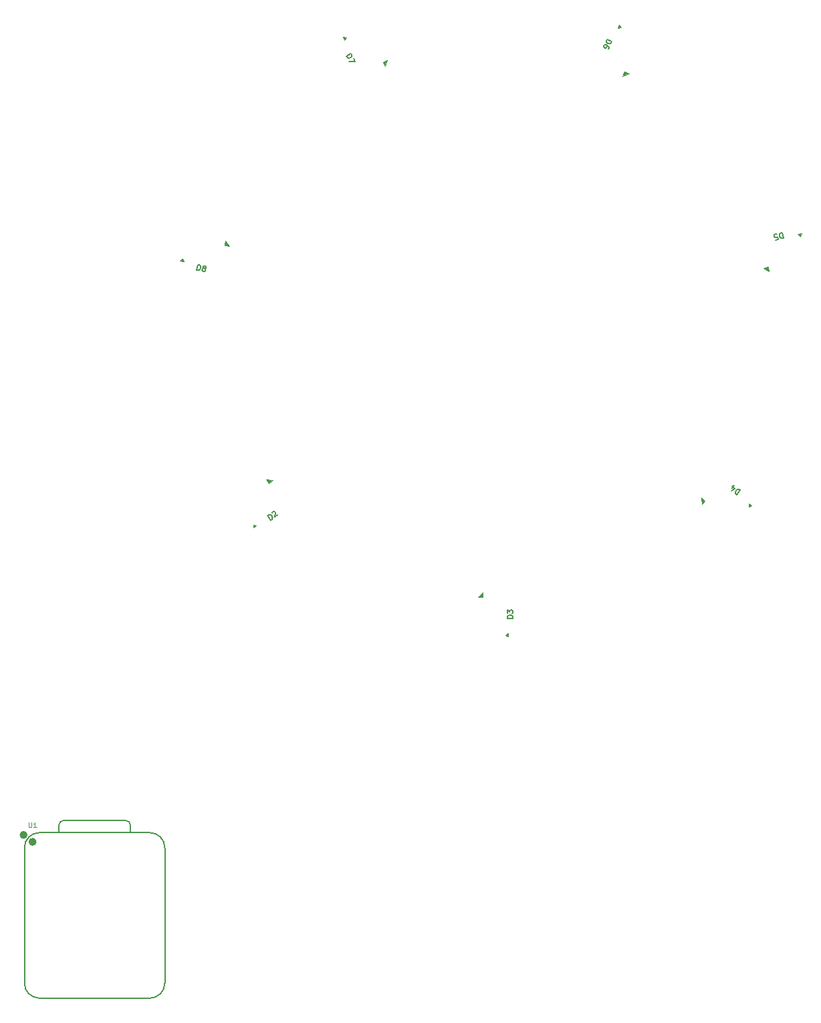
<source format=gbr>
%TF.GenerationSoftware,KiCad,Pcbnew,9.0.1*%
%TF.CreationDate,2025-06-13T20:33:13-06:00*%
%TF.ProjectId,AuraCTRL PCB,41757261-4354-4524-9c20-5043422e6b69,rev?*%
%TF.SameCoordinates,Original*%
%TF.FileFunction,Legend,Top*%
%TF.FilePolarity,Positive*%
%FSLAX46Y46*%
G04 Gerber Fmt 4.6, Leading zero omitted, Abs format (unit mm)*
G04 Created by KiCad (PCBNEW 9.0.1) date 2025-06-13 20:33:13*
%MOMM*%
%LPD*%
G01*
G04 APERTURE LIST*
%ADD10C,0.150000*%
%ADD11C,0.101600*%
%ADD12C,0.120000*%
%ADD13C,0.100000*%
%ADD14C,0.127000*%
%ADD15C,0.504000*%
G04 APERTURE END LIST*
D10*
X166717990Y-44699868D02*
X167348668Y-45003585D01*
X167348668Y-45003585D02*
X167276354Y-45153747D01*
X167276354Y-45153747D02*
X167202934Y-45229381D01*
X167202934Y-45229381D02*
X167113944Y-45260520D01*
X167113944Y-45260520D02*
X167039416Y-45261627D01*
X167039416Y-45261627D02*
X166904824Y-45233808D01*
X166904824Y-45233808D02*
X166814727Y-45190420D01*
X166814727Y-45190420D02*
X166709061Y-45102537D01*
X166709061Y-45102537D02*
X166663459Y-45043579D01*
X166663459Y-45043579D02*
X166632320Y-44954589D01*
X166632320Y-44954589D02*
X166645676Y-44850029D01*
X166645676Y-44850029D02*
X166717990Y-44699868D01*
X166914786Y-45904555D02*
X166972637Y-45784426D01*
X166972637Y-45784426D02*
X166971530Y-45709898D01*
X166971530Y-45709898D02*
X166955960Y-45665403D01*
X166955960Y-45665403D02*
X166894789Y-45561950D01*
X166894789Y-45561950D02*
X166789122Y-45474067D01*
X166789122Y-45474067D02*
X166548864Y-45358365D01*
X166548864Y-45358365D02*
X166474336Y-45359472D01*
X166474336Y-45359472D02*
X166429841Y-45375041D01*
X166429841Y-45375041D02*
X166370884Y-45420643D01*
X166370884Y-45420643D02*
X166313033Y-45540772D01*
X166313033Y-45540772D02*
X166314139Y-45615300D01*
X166314139Y-45615300D02*
X166329709Y-45659795D01*
X166329709Y-45659795D02*
X166375311Y-45718753D01*
X166375311Y-45718753D02*
X166525472Y-45791066D01*
X166525472Y-45791066D02*
X166600000Y-45789960D01*
X166600000Y-45789960D02*
X166644495Y-45774390D01*
X166644495Y-45774390D02*
X166703453Y-45728788D01*
X166703453Y-45728788D02*
X166761304Y-45608659D01*
X166761304Y-45608659D02*
X166760197Y-45534132D01*
X166760197Y-45534132D02*
X166744627Y-45489636D01*
X166744627Y-45489636D02*
X166699025Y-45430679D01*
X188925879Y-69185001D02*
X189081645Y-69867451D01*
X189081645Y-69867451D02*
X188919157Y-69904538D01*
X188919157Y-69904538D02*
X188814247Y-69894292D01*
X188814247Y-69894292D02*
X188734417Y-69844132D01*
X188734417Y-69844132D02*
X188687084Y-69786554D01*
X188687084Y-69786554D02*
X188624917Y-69663981D01*
X188624917Y-69663981D02*
X188602665Y-69566488D01*
X188602665Y-69566488D02*
X188605493Y-69429081D01*
X188605493Y-69429081D02*
X188623156Y-69356668D01*
X188623156Y-69356668D02*
X188673316Y-69276838D01*
X188673316Y-69276838D02*
X188763392Y-69222088D01*
X188763392Y-69222088D02*
X188925879Y-69185001D01*
X188074220Y-70097390D02*
X188399195Y-70023216D01*
X188399195Y-70023216D02*
X188357519Y-69690823D01*
X188357519Y-69690823D02*
X188332439Y-69730738D01*
X188332439Y-69730738D02*
X188274861Y-69778070D01*
X188274861Y-69778070D02*
X188112373Y-69815157D01*
X188112373Y-69815157D02*
X188039961Y-69797494D01*
X188039961Y-69797494D02*
X188000046Y-69772414D01*
X188000046Y-69772414D02*
X187952713Y-69714836D01*
X187952713Y-69714836D02*
X187915626Y-69552348D01*
X187915626Y-69552348D02*
X187933289Y-69479936D01*
X187933289Y-69479936D02*
X187958369Y-69440021D01*
X187958369Y-69440021D02*
X188015947Y-69392688D01*
X188015947Y-69392688D02*
X188178435Y-69355601D01*
X188178435Y-69355601D02*
X188250847Y-69373264D01*
X188250847Y-69373264D02*
X188290762Y-69398344D01*
X154816033Y-118016666D02*
X154116033Y-118016666D01*
X154116033Y-118016666D02*
X154116033Y-117849999D01*
X154116033Y-117849999D02*
X154149366Y-117749999D01*
X154149366Y-117749999D02*
X154216033Y-117683333D01*
X154216033Y-117683333D02*
X154282700Y-117649999D01*
X154282700Y-117649999D02*
X154416033Y-117616666D01*
X154416033Y-117616666D02*
X154516033Y-117616666D01*
X154516033Y-117616666D02*
X154649366Y-117649999D01*
X154649366Y-117649999D02*
X154716033Y-117683333D01*
X154716033Y-117683333D02*
X154782700Y-117749999D01*
X154782700Y-117749999D02*
X154816033Y-117849999D01*
X154816033Y-117849999D02*
X154816033Y-118016666D01*
X154116033Y-117383333D02*
X154116033Y-116949999D01*
X154116033Y-116949999D02*
X154382700Y-117183333D01*
X154382700Y-117183333D02*
X154382700Y-117083333D01*
X154382700Y-117083333D02*
X154416033Y-117016666D01*
X154416033Y-117016666D02*
X154449366Y-116983333D01*
X154449366Y-116983333D02*
X154516033Y-116949999D01*
X154516033Y-116949999D02*
X154682700Y-116949999D01*
X154682700Y-116949999D02*
X154749366Y-116983333D01*
X154749366Y-116983333D02*
X154782700Y-117016666D01*
X154782700Y-117016666D02*
X154816033Y-117083333D01*
X154816033Y-117083333D02*
X154816033Y-117283333D01*
X154816033Y-117283333D02*
X154782700Y-117349999D01*
X154782700Y-117349999D02*
X154749366Y-117383333D01*
D11*
X93490190Y-143855479D02*
X93490190Y-144369526D01*
X93490190Y-144369526D02*
X93520428Y-144430002D01*
X93520428Y-144430002D02*
X93550666Y-144460241D01*
X93550666Y-144460241D02*
X93611142Y-144490479D01*
X93611142Y-144490479D02*
X93732095Y-144490479D01*
X93732095Y-144490479D02*
X93792571Y-144460241D01*
X93792571Y-144460241D02*
X93822809Y-144430002D01*
X93822809Y-144430002D02*
X93853047Y-144369526D01*
X93853047Y-144369526D02*
X93853047Y-143855479D01*
X94488047Y-144490479D02*
X94125190Y-144490479D01*
X94306618Y-144490479D02*
X94306618Y-143855479D01*
X94306618Y-143855479D02*
X94246142Y-143946193D01*
X94246142Y-143946193D02*
X94185666Y-144006669D01*
X94185666Y-144006669D02*
X94125190Y-144036907D01*
D10*
X133728349Y-46796482D02*
X134359026Y-46492762D01*
X134359026Y-46492762D02*
X134431340Y-46642923D01*
X134431340Y-46642923D02*
X134444697Y-46747483D01*
X134444697Y-46747483D02*
X134413558Y-46836473D01*
X134413558Y-46836473D02*
X134367956Y-46895431D01*
X134367956Y-46895431D02*
X134262290Y-46983315D01*
X134262290Y-46983315D02*
X134172193Y-47026703D01*
X134172193Y-47026703D02*
X134037601Y-47054523D01*
X134037601Y-47054523D02*
X133963074Y-47053416D01*
X133963074Y-47053416D02*
X133874084Y-47022277D01*
X133874084Y-47022277D02*
X133800663Y-46946643D01*
X133800663Y-46946643D02*
X133728349Y-46796482D01*
X134633820Y-47063375D02*
X134836300Y-47483827D01*
X134836300Y-47483827D02*
X134075457Y-47517256D01*
X183629009Y-101814057D02*
X183192567Y-102361339D01*
X183192567Y-102361339D02*
X183062261Y-102257424D01*
X183062261Y-102257424D02*
X183004861Y-102169014D01*
X183004861Y-102169014D02*
X182994305Y-102075326D01*
X182994305Y-102075326D02*
X183009810Y-102002421D01*
X183009810Y-102002421D02*
X183066881Y-101877394D01*
X183066881Y-101877394D02*
X183129230Y-101799210D01*
X183129230Y-101799210D02*
X183238423Y-101715749D01*
X183238423Y-101715749D02*
X183306050Y-101684410D01*
X183306050Y-101684410D02*
X183399738Y-101673854D01*
X183399738Y-101673854D02*
X183498704Y-101710142D01*
X183498704Y-101710142D02*
X183629009Y-101814057D01*
X182556216Y-101555422D02*
X182847177Y-101190567D01*
X182520257Y-101867825D02*
X182962307Y-101580824D01*
X182962307Y-101580824D02*
X182623513Y-101310646D01*
X114798857Y-73896048D02*
X114954619Y-73213598D01*
X114954619Y-73213598D02*
X115117108Y-73250684D01*
X115117108Y-73250684D02*
X115207183Y-73305434D01*
X115207183Y-73305434D02*
X115257344Y-73385263D01*
X115257344Y-73385263D02*
X115275007Y-73457676D01*
X115275007Y-73457676D02*
X115277835Y-73595084D01*
X115277835Y-73595084D02*
X115255583Y-73692576D01*
X115255583Y-73692576D02*
X115193417Y-73815150D01*
X115193417Y-73815150D02*
X115146085Y-73872728D01*
X115146085Y-73872728D02*
X115066255Y-73922888D01*
X115066255Y-73922888D02*
X114961345Y-73933134D01*
X114961345Y-73933134D02*
X114798857Y-73896048D01*
X115667807Y-73684091D02*
X115610229Y-73636759D01*
X115610229Y-73636759D02*
X115585148Y-73596844D01*
X115585148Y-73596844D02*
X115567485Y-73524431D01*
X115567485Y-73524431D02*
X115574903Y-73491934D01*
X115574903Y-73491934D02*
X115622235Y-73434356D01*
X115622235Y-73434356D02*
X115662150Y-73409275D01*
X115662150Y-73409275D02*
X115734562Y-73391612D01*
X115734562Y-73391612D02*
X115864553Y-73421282D01*
X115864553Y-73421282D02*
X115922131Y-73468614D01*
X115922131Y-73468614D02*
X115947211Y-73508529D01*
X115947211Y-73508529D02*
X115964874Y-73580941D01*
X115964874Y-73580941D02*
X115957457Y-73613439D01*
X115957457Y-73613439D02*
X115910125Y-73671017D01*
X115910125Y-73671017D02*
X115870210Y-73696097D01*
X115870210Y-73696097D02*
X115797797Y-73713760D01*
X115797797Y-73713760D02*
X115667807Y-73684091D01*
X115667807Y-73684091D02*
X115595394Y-73701754D01*
X115595394Y-73701754D02*
X115555479Y-73726834D01*
X115555479Y-73726834D02*
X115508147Y-73784412D01*
X115508147Y-73784412D02*
X115478478Y-73914403D01*
X115478478Y-73914403D02*
X115496141Y-73986815D01*
X115496141Y-73986815D02*
X115521221Y-74026730D01*
X115521221Y-74026730D02*
X115578799Y-74074062D01*
X115578799Y-74074062D02*
X115708790Y-74103732D01*
X115708790Y-74103732D02*
X115781202Y-74086068D01*
X115781202Y-74086068D02*
X115821117Y-74060988D01*
X115821117Y-74060988D02*
X115868449Y-74003410D01*
X115868449Y-74003410D02*
X115898118Y-73873420D01*
X115898118Y-73873420D02*
X115880455Y-73801007D01*
X115880455Y-73801007D02*
X115855375Y-73761092D01*
X115855375Y-73761092D02*
X115797797Y-73713760D01*
X124183821Y-105592018D02*
X123747376Y-105044737D01*
X123747376Y-105044737D02*
X123877681Y-104940822D01*
X123877681Y-104940822D02*
X123976647Y-104904534D01*
X123976647Y-104904534D02*
X124070335Y-104915090D01*
X124070335Y-104915090D02*
X124137962Y-104946429D01*
X124137962Y-104946429D02*
X124247156Y-105029889D01*
X124247156Y-105029889D02*
X124309505Y-105108072D01*
X124309505Y-105108072D02*
X124366576Y-105233099D01*
X124366576Y-105233099D02*
X124382081Y-105306004D01*
X124382081Y-105306004D02*
X124371526Y-105399693D01*
X124371526Y-105399693D02*
X124314126Y-105488103D01*
X124314126Y-105488103D02*
X124183821Y-105592018D01*
X124310162Y-104681198D02*
X124315440Y-104634354D01*
X124315440Y-104634354D02*
X124346779Y-104566727D01*
X124346779Y-104566727D02*
X124477084Y-104462811D01*
X124477084Y-104462811D02*
X124549989Y-104447306D01*
X124549989Y-104447306D02*
X124596833Y-104452584D01*
X124596833Y-104452584D02*
X124664460Y-104483923D01*
X124664460Y-104483923D02*
X124706026Y-104536045D01*
X124706026Y-104536045D02*
X124742315Y-104635011D01*
X124742315Y-104635011D02*
X124678980Y-105197140D01*
X124678980Y-105197140D02*
X125017772Y-104926960D01*
D12*
%TO.C,D6*%
X168502758Y-43224841D02*
X168101306Y-43297893D01*
X168309570Y-42865427D01*
X168502758Y-43224841D01*
G36*
X168502758Y-43224841D02*
G01*
X168101306Y-43297893D01*
X168309570Y-42865427D01*
X168502758Y-43224841D01*
G37*
D13*
X169517988Y-49063541D02*
X168717077Y-49343793D01*
X168977406Y-48803211D01*
X169517988Y-49063541D01*
G36*
X169517988Y-49063541D02*
G01*
X168717077Y-49343793D01*
X168977406Y-48803211D01*
X169517988Y-49063541D01*
G37*
%TO.C,D5*%
X187259991Y-74094833D02*
X186541521Y-73643389D01*
X187126478Y-73509876D01*
X187259991Y-74094833D01*
G36*
X187259991Y-74094833D02*
G01*
X186541521Y-73643389D01*
X187126478Y-73509876D01*
X187259991Y-74094833D01*
G37*
D12*
X191191887Y-69660726D02*
X190884472Y-69392405D01*
X191352437Y-69285595D01*
X191191887Y-69660726D01*
G36*
X191191887Y-69660726D02*
G01*
X190884472Y-69392405D01*
X191352437Y-69285595D01*
X191191887Y-69660726D01*
G37*
D13*
%TO.C,D3*%
X151000000Y-115300000D02*
X150400000Y-115300000D01*
X151000000Y-114700000D01*
X151000000Y-115300000D01*
G36*
X151000000Y-115300000D02*
G01*
X150400000Y-115300000D01*
X151000000Y-114700000D01*
X151000000Y-115300000D01*
G37*
D12*
X154178000Y-120360000D02*
X153848000Y-120120000D01*
X154178000Y-119880000D01*
X154178000Y-120360000D01*
G36*
X154178000Y-120360000D02*
G01*
X153848000Y-120120000D01*
X154178000Y-119880000D01*
X154178000Y-120360000D01*
G37*
D14*
%TO.C,U1*%
X110744000Y-164211000D02*
X110744000Y-147066000D01*
D13*
X108839000Y-145161000D02*
X94869000Y-145161000D01*
D14*
X108839000Y-145161000D02*
X94869000Y-145161000D01*
X106358000Y-144151000D02*
X106358000Y-145161000D01*
X97862728Y-143651000D02*
X105858000Y-143651000D01*
X97359000Y-145161000D02*
X97362728Y-144150728D01*
X94869000Y-166116000D02*
X108839000Y-166116000D01*
X92964000Y-164211000D02*
X92964000Y-147066000D01*
X110744000Y-164211000D02*
G75*
G02*
X108839000Y-166116000I-1905000J0D01*
G01*
X108839000Y-145161000D02*
G75*
G02*
X110744000Y-147066000I0J-1905000D01*
G01*
X105858000Y-143651000D02*
G75*
G02*
X106358000Y-144151000I0J-500000D01*
G01*
X97362728Y-144150728D02*
G75*
G02*
X97862728Y-143651001I500018J-291D01*
G01*
X94869000Y-166116000D02*
G75*
G02*
X92964000Y-164211000I1J1905001D01*
G01*
X92964000Y-147066000D02*
G75*
G02*
X94869000Y-145161000I1905001J-1D01*
G01*
D15*
X94249000Y-146332000D02*
G75*
G02*
X93745000Y-146332000I-252000J0D01*
G01*
X93745000Y-146332000D02*
G75*
G02*
X94249000Y-146332000I252000J0D01*
G01*
X93106000Y-145452000D02*
G75*
G02*
X92602000Y-145452000I-252000J0D01*
G01*
X92602000Y-145452000D02*
G75*
G02*
X93106000Y-145452000I252000J0D01*
G01*
D13*
%TO.C,D7*%
X138605527Y-48128971D02*
X138345195Y-47588390D01*
X138885776Y-47328059D01*
X138605527Y-48128971D01*
G36*
X138605527Y-48128971D02*
G01*
X138345195Y-47588390D01*
X138885776Y-47328059D01*
X138605527Y-48128971D01*
G37*
D12*
X133687910Y-44481430D02*
X133494723Y-44840845D01*
X133286458Y-44408380D01*
X133687910Y-44481430D01*
G36*
X133687910Y-44481430D02*
G01*
X133494723Y-44840845D01*
X133286458Y-44408380D01*
X133687910Y-44481430D01*
G37*
D13*
%TO.C,D4*%
X179125777Y-103103741D02*
X178751683Y-103572840D01*
X178656678Y-102729647D01*
X179125777Y-103103741D01*
G36*
X179125777Y-103103741D02*
G01*
X178751683Y-103572840D01*
X178656678Y-102729647D01*
X179125777Y-103103741D01*
G37*
D12*
X185063295Y-103773936D02*
X184669904Y-103882303D01*
X184688016Y-103474661D01*
X185063295Y-103773936D01*
G36*
X185063295Y-103773936D02*
G01*
X184669904Y-103882303D01*
X184688016Y-103474661D01*
X185063295Y-103773936D01*
G37*
D13*
%TO.C,D8*%
X118881508Y-70913708D02*
X118296551Y-70780197D01*
X118430062Y-70195240D01*
X118881508Y-70913708D01*
G36*
X118881508Y-70913708D02*
G01*
X118296551Y-70780197D01*
X118430062Y-70195240D01*
X118881508Y-70913708D01*
G37*
D12*
X113124214Y-72859385D02*
X112656249Y-72752576D01*
X112963663Y-72484254D01*
X113124214Y-72859385D01*
G36*
X113124214Y-72859385D02*
G01*
X112656249Y-72752576D01*
X112963663Y-72484254D01*
X113124214Y-72859385D01*
G37*
D13*
%TO.C,D2*%
X124397623Y-100540616D02*
X123928525Y-100914711D01*
X123554430Y-100445613D01*
X124397623Y-100540616D01*
G36*
X124397623Y-100540616D02*
G01*
X123928525Y-100914711D01*
X123554430Y-100445613D01*
X124397623Y-100540616D01*
G37*
D12*
X122329204Y-106254959D02*
X121953925Y-106554236D01*
X121935812Y-106146594D01*
X122329204Y-106254959D01*
G36*
X122329204Y-106254959D02*
G01*
X121953925Y-106554236D01*
X121935812Y-106146594D01*
X122329204Y-106254959D01*
G37*
%TD*%
M02*

</source>
